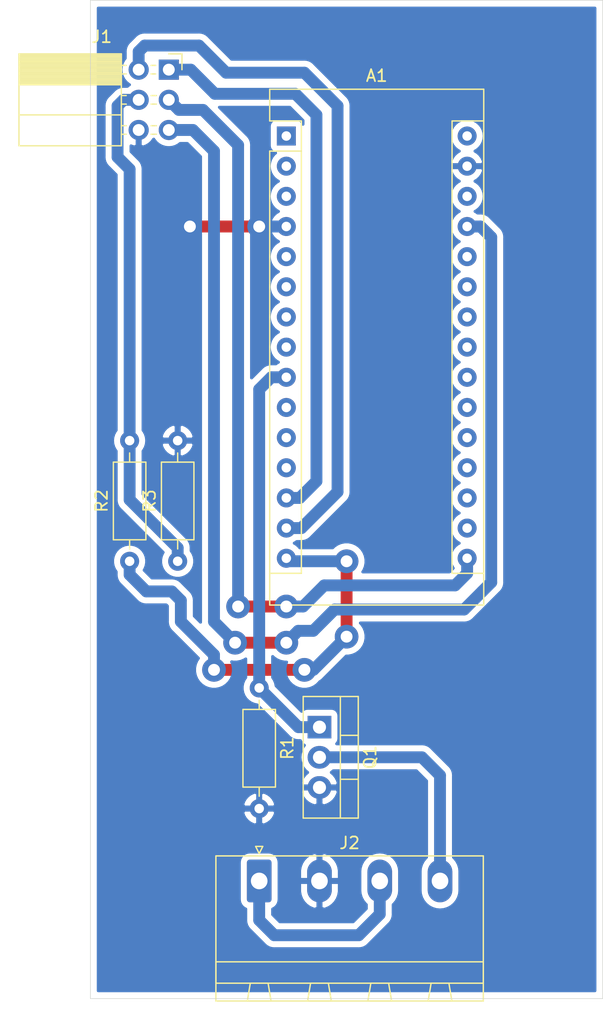
<source format=kicad_pcb>
(kicad_pcb (version 20171130) (host pcbnew "(5.1.2)-2")

  (general
    (thickness 1.6)
    (drawings 4)
    (tracks 88)
    (zones 0)
    (modules 7)
    (nets 33)
  )

  (page A4)
  (layers
    (0 F.Cu signal)
    (31 B.Cu signal)
    (32 B.Adhes user)
    (33 F.Adhes user)
    (34 B.Paste user)
    (35 F.Paste user)
    (36 B.SilkS user)
    (37 F.SilkS user)
    (38 B.Mask user)
    (39 F.Mask user)
    (40 Dwgs.User user)
    (41 Cmts.User user)
    (42 Eco1.User user)
    (43 Eco2.User user)
    (44 Edge.Cuts user)
    (45 Margin user)
    (46 B.CrtYd user)
    (47 F.CrtYd user)
    (48 B.Fab user)
    (49 F.Fab user)
  )

  (setup
    (last_trace_width 0.25)
    (trace_clearance 0.2)
    (zone_clearance 0.508)
    (zone_45_only no)
    (trace_min 0.2)
    (via_size 0.8)
    (via_drill 0.4)
    (via_min_size 0.4)
    (via_min_drill 0.3)
    (uvia_size 0.3)
    (uvia_drill 0.1)
    (uvias_allowed no)
    (uvia_min_size 0.2)
    (uvia_min_drill 0.1)
    (edge_width 0.05)
    (segment_width 0.2)
    (pcb_text_width 0.3)
    (pcb_text_size 1.5 1.5)
    (mod_edge_width 0.12)
    (mod_text_size 1 1)
    (mod_text_width 0.15)
    (pad_size 1.524 1.524)
    (pad_drill 0.762)
    (pad_to_mask_clearance 0.051)
    (solder_mask_min_width 0.25)
    (aux_axis_origin 0 0)
    (visible_elements 7FFFFFFF)
    (pcbplotparams
      (layerselection 0x010fc_ffffffff)
      (usegerberextensions false)
      (usegerberattributes false)
      (usegerberadvancedattributes false)
      (creategerberjobfile false)
      (excludeedgelayer true)
      (linewidth 0.100000)
      (plotframeref false)
      (viasonmask false)
      (mode 1)
      (useauxorigin false)
      (hpglpennumber 1)
      (hpglpenspeed 20)
      (hpglpendiameter 15.000000)
      (psnegative false)
      (psa4output false)
      (plotreference true)
      (plotvalue true)
      (plotinvisibletext false)
      (padsonsilk false)
      (subtractmaskfromsilk false)
      (outputformat 1)
      (mirror false)
      (drillshape 1)
      (scaleselection 1)
      (outputdirectory ""))
  )

  (net 0 "")
  (net 1 SCK)
  (net 2 "Net-(A1-Pad15)")
  (net 3 "Net-(A1-Pad30)")
  (net 4 MOSI)
  (net 5 GND)
  (net 6 CS)
  (net 7 "Net-(A1-Pad28)")
  (net 8 "Net-(A1-Pad12)")
  (net 9 +5V)
  (net 10 "Net-(A1-Pad11)")
  (net 11 "Net-(A1-Pad26)")
  (net 12 "Net-(A1-Pad10)")
  (net 13 "Net-(A1-Pad25)")
  (net 14 "Net-(A1-Pad9)")
  (net 15 "Net-(A1-Pad24)")
  (net 16 "Net-(A1-Pad8)")
  (net 17 "Net-(A1-Pad23)")
  (net 18 "Net-(A1-Pad7)")
  (net 19 "Net-(A1-Pad22)")
  (net 20 "Net-(A1-Pad6)")
  (net 21 "Net-(A1-Pad21)")
  (net 22 "Net-(A1-Pad5)")
  (net 23 "Net-(A1-Pad20)")
  (net 24 "Net-(A1-Pad19)")
  (net 25 "Net-(A1-Pad3)")
  (net 26 "Net-(A1-Pad18)")
  (net 27 "Net-(A1-Pad2)")
  (net 28 "Net-(A1-Pad17)")
  (net 29 "Net-(A1-Pad1)")
  (net 30 "Net-(J2-Pad4)")
  (net 31 +12V)
  (net 32 MISO)

  (net_class Default "To jest domyślna klasa połączeń."
    (clearance 0.2)
    (trace_width 0.25)
    (via_dia 0.8)
    (via_drill 0.4)
    (uvia_dia 0.3)
    (uvia_drill 0.1)
    (add_net +12V)
    (add_net +5V)
    (add_net CS)
    (add_net GND)
    (add_net MISO)
    (add_net MOSI)
    (add_net "Net-(A1-Pad1)")
    (add_net "Net-(A1-Pad10)")
    (add_net "Net-(A1-Pad11)")
    (add_net "Net-(A1-Pad12)")
    (add_net "Net-(A1-Pad15)")
    (add_net "Net-(A1-Pad17)")
    (add_net "Net-(A1-Pad18)")
    (add_net "Net-(A1-Pad19)")
    (add_net "Net-(A1-Pad2)")
    (add_net "Net-(A1-Pad20)")
    (add_net "Net-(A1-Pad21)")
    (add_net "Net-(A1-Pad22)")
    (add_net "Net-(A1-Pad23)")
    (add_net "Net-(A1-Pad24)")
    (add_net "Net-(A1-Pad25)")
    (add_net "Net-(A1-Pad26)")
    (add_net "Net-(A1-Pad28)")
    (add_net "Net-(A1-Pad3)")
    (add_net "Net-(A1-Pad30)")
    (add_net "Net-(A1-Pad5)")
    (add_net "Net-(A1-Pad6)")
    (add_net "Net-(A1-Pad7)")
    (add_net "Net-(A1-Pad8)")
    (add_net "Net-(A1-Pad9)")
    (add_net "Net-(J2-Pad4)")
    (add_net SCK)
  )

  (module Resistor_THT:R_Axial_DIN0207_L6.3mm_D2.5mm_P10.16mm_Horizontal (layer F.Cu) (tedit 5AE5139B) (tstamp 5EBC5F39)
    (at 68.82 96.266 90)
    (descr "Resistor, Axial_DIN0207 series, Axial, Horizontal, pin pitch=10.16mm, 0.25W = 1/4W, length*diameter=6.3*2.5mm^2, http://cdn-reichelt.de/documents/datenblatt/B400/1_4W%23YAG.pdf")
    (tags "Resistor Axial_DIN0207 series Axial Horizontal pin pitch 10.16mm 0.25W = 1/4W length 6.3mm diameter 2.5mm")
    (path /5EBC946A)
    (fp_text reference R3 (at 5.08 -2.37 90) (layer F.SilkS)
      (effects (font (size 1 1) (thickness 0.15)))
    )
    (fp_text value R (at 5.08 2.37 90) (layer F.Fab)
      (effects (font (size 1 1) (thickness 0.15)))
    )
    (fp_text user %R (at 5.08 0 90) (layer F.Fab)
      (effects (font (size 1 1) (thickness 0.15)))
    )
    (fp_line (start 11.21 -1.5) (end -1.05 -1.5) (layer F.CrtYd) (width 0.05))
    (fp_line (start 11.21 1.5) (end 11.21 -1.5) (layer F.CrtYd) (width 0.05))
    (fp_line (start -1.05 1.5) (end 11.21 1.5) (layer F.CrtYd) (width 0.05))
    (fp_line (start -1.05 -1.5) (end -1.05 1.5) (layer F.CrtYd) (width 0.05))
    (fp_line (start 9.12 0) (end 8.35 0) (layer F.SilkS) (width 0.12))
    (fp_line (start 1.04 0) (end 1.81 0) (layer F.SilkS) (width 0.12))
    (fp_line (start 8.35 -1.37) (end 1.81 -1.37) (layer F.SilkS) (width 0.12))
    (fp_line (start 8.35 1.37) (end 8.35 -1.37) (layer F.SilkS) (width 0.12))
    (fp_line (start 1.81 1.37) (end 8.35 1.37) (layer F.SilkS) (width 0.12))
    (fp_line (start 1.81 -1.37) (end 1.81 1.37) (layer F.SilkS) (width 0.12))
    (fp_line (start 10.16 0) (end 8.23 0) (layer F.Fab) (width 0.1))
    (fp_line (start 0 0) (end 1.93 0) (layer F.Fab) (width 0.1))
    (fp_line (start 8.23 -1.25) (end 1.93 -1.25) (layer F.Fab) (width 0.1))
    (fp_line (start 8.23 1.25) (end 8.23 -1.25) (layer F.Fab) (width 0.1))
    (fp_line (start 1.93 1.25) (end 8.23 1.25) (layer F.Fab) (width 0.1))
    (fp_line (start 1.93 -1.25) (end 1.93 1.25) (layer F.Fab) (width 0.1))
    (pad 2 thru_hole oval (at 10.16 0 90) (size 1.6 1.6) (drill 0.8) (layers *.Cu *.Mask)
      (net 5 GND))
    (pad 1 thru_hole circle (at 0 0 90) (size 1.6 1.6) (drill 0.8) (layers *.Cu *.Mask)
      (net 32 MISO))
    (model ${KISYS3DMOD}/Resistor_THT.3dshapes/R_Axial_DIN0207_L6.3mm_D2.5mm_P10.16mm_Horizontal.wrl
      (at (xyz 0 0 0))
      (scale (xyz 1 1 1))
      (rotate (xyz 0 0 0))
    )
  )

  (module Resistor_THT:R_Axial_DIN0207_L6.3mm_D2.5mm_P10.16mm_Horizontal (layer F.Cu) (tedit 5AE5139B) (tstamp 5EBC5F22)
    (at 64.77 96.266 90)
    (descr "Resistor, Axial_DIN0207 series, Axial, Horizontal, pin pitch=10.16mm, 0.25W = 1/4W, length*diameter=6.3*2.5mm^2, http://cdn-reichelt.de/documents/datenblatt/B400/1_4W%23YAG.pdf")
    (tags "Resistor Axial_DIN0207 series Axial Horizontal pin pitch 10.16mm 0.25W = 1/4W length 6.3mm diameter 2.5mm")
    (path /5EBC85A8)
    (fp_text reference R2 (at 5.08 -2.37 90) (layer F.SilkS)
      (effects (font (size 1 1) (thickness 0.15)))
    )
    (fp_text value R (at 5.08 2.37 90) (layer F.Fab)
      (effects (font (size 1 1) (thickness 0.15)))
    )
    (fp_text user %R (at 5.08 0 90) (layer F.Fab)
      (effects (font (size 1 1) (thickness 0.15)))
    )
    (fp_line (start 11.21 -1.5) (end -1.05 -1.5) (layer F.CrtYd) (width 0.05))
    (fp_line (start 11.21 1.5) (end 11.21 -1.5) (layer F.CrtYd) (width 0.05))
    (fp_line (start -1.05 1.5) (end 11.21 1.5) (layer F.CrtYd) (width 0.05))
    (fp_line (start -1.05 -1.5) (end -1.05 1.5) (layer F.CrtYd) (width 0.05))
    (fp_line (start 9.12 0) (end 8.35 0) (layer F.SilkS) (width 0.12))
    (fp_line (start 1.04 0) (end 1.81 0) (layer F.SilkS) (width 0.12))
    (fp_line (start 8.35 -1.37) (end 1.81 -1.37) (layer F.SilkS) (width 0.12))
    (fp_line (start 8.35 1.37) (end 8.35 -1.37) (layer F.SilkS) (width 0.12))
    (fp_line (start 1.81 1.37) (end 8.35 1.37) (layer F.SilkS) (width 0.12))
    (fp_line (start 1.81 -1.37) (end 1.81 1.37) (layer F.SilkS) (width 0.12))
    (fp_line (start 10.16 0) (end 8.23 0) (layer F.Fab) (width 0.1))
    (fp_line (start 0 0) (end 1.93 0) (layer F.Fab) (width 0.1))
    (fp_line (start 8.23 -1.25) (end 1.93 -1.25) (layer F.Fab) (width 0.1))
    (fp_line (start 8.23 1.25) (end 8.23 -1.25) (layer F.Fab) (width 0.1))
    (fp_line (start 1.93 1.25) (end 8.23 1.25) (layer F.Fab) (width 0.1))
    (fp_line (start 1.93 -1.25) (end 1.93 1.25) (layer F.Fab) (width 0.1))
    (pad 2 thru_hole oval (at 10.16 0 90) (size 1.6 1.6) (drill 0.8) (layers *.Cu *.Mask)
      (net 32 MISO))
    (pad 1 thru_hole circle (at 0 0 90) (size 1.6 1.6) (drill 0.8) (layers *.Cu *.Mask)
      (net 2 "Net-(A1-Pad15)"))
    (model ${KISYS3DMOD}/Resistor_THT.3dshapes/R_Axial_DIN0207_L6.3mm_D2.5mm_P10.16mm_Horizontal.wrl
      (at (xyz 0 0 0))
      (scale (xyz 1 1 1))
      (rotate (xyz 0 0 0))
    )
  )

  (module Module:Arduino_Nano (layer F.Cu) (tedit 5EB9CA1E) (tstamp 5EB81019)
    (at 77.978 60.452)
    (descr "Arduino Nano, http://www.mouser.com/pdfdocs/Gravitech_Arduino_Nano3_0.pdf")
    (tags "Arduino Nano")
    (path /5EB79D44)
    (fp_text reference A1 (at 7.62 -5.08) (layer F.SilkS)
      (effects (font (size 1 1) (thickness 0.15)))
    )
    (fp_text value Arduino_Nano_v2.x (at 8.89 19.05 90) (layer F.Fab)
      (effects (font (size 1 1) (thickness 0.15)))
    )
    (fp_line (start 16.75 42.16) (end -1.53 42.16) (layer F.CrtYd) (width 0.05))
    (fp_line (start 16.75 42.16) (end 16.75 -4.06) (layer F.CrtYd) (width 0.05))
    (fp_line (start -1.53 -4.06) (end -1.53 42.16) (layer F.CrtYd) (width 0.05))
    (fp_line (start -1.53 -4.06) (end 16.75 -4.06) (layer F.CrtYd) (width 0.05))
    (fp_line (start 16.51 -3.81) (end 16.51 39.37) (layer F.Fab) (width 0.1))
    (fp_line (start 0 -3.81) (end 16.51 -3.81) (layer F.Fab) (width 0.1))
    (fp_line (start -1.27 -2.54) (end 0 -3.81) (layer F.Fab) (width 0.1))
    (fp_line (start -1.27 39.37) (end -1.27 -2.54) (layer F.Fab) (width 0.1))
    (fp_line (start 16.51 39.37) (end -1.27 39.37) (layer F.Fab) (width 0.1))
    (fp_line (start 16.64 -3.94) (end -1.4 -3.94) (layer F.SilkS) (width 0.12))
    (fp_line (start 16.64 39.5) (end 16.64 -3.94) (layer F.SilkS) (width 0.12))
    (fp_line (start -1.4 39.5) (end 16.64 39.5) (layer F.SilkS) (width 0.12))
    (fp_line (start 3.81 41.91) (end 3.81 31.75) (layer F.Fab) (width 0.1))
    (fp_line (start 11.43 41.91) (end 3.81 41.91) (layer F.Fab) (width 0.1))
    (fp_line (start 11.43 31.75) (end 11.43 41.91) (layer F.Fab) (width 0.1))
    (fp_line (start 3.81 31.75) (end 11.43 31.75) (layer F.Fab) (width 0.1))
    (fp_line (start 1.27 36.83) (end -1.4 36.83) (layer F.SilkS) (width 0.12))
    (fp_line (start 1.27 1.27) (end 1.27 36.83) (layer F.SilkS) (width 0.12))
    (fp_line (start 1.27 1.27) (end -1.4 1.27) (layer F.SilkS) (width 0.12))
    (fp_line (start 13.97 36.83) (end 16.64 36.83) (layer F.SilkS) (width 0.12))
    (fp_line (start 13.97 -1.27) (end 13.97 36.83) (layer F.SilkS) (width 0.12))
    (fp_line (start 13.97 -1.27) (end 16.64 -1.27) (layer F.SilkS) (width 0.12))
    (fp_line (start -1.4 -3.94) (end -1.4 -1.27) (layer F.SilkS) (width 0.12))
    (fp_line (start -1.4 1.27) (end -1.4 39.5) (layer F.SilkS) (width 0.12))
    (fp_line (start 1.27 -1.27) (end -1.4 -1.27) (layer F.SilkS) (width 0.12))
    (fp_line (start 1.27 1.27) (end 1.27 -1.27) (layer F.SilkS) (width 0.12))
    (fp_text user %R (at 6.35 19.05 90) (layer F.Fab)
      (effects (font (size 1 1) (thickness 0.15)))
    )
    (pad 16 thru_hole oval (at 15.24 35.56) (size 1.6 1.6) (drill 0.8) (layers *.Cu *.Mask)
      (net 1 SCK))
    (pad 15 thru_hole oval (at 0 35.56) (size 1.6 1.6) (drill 0.8) (layers *.Cu *.Mask)
      (net 2 "Net-(A1-Pad15)"))
    (pad 30 thru_hole oval (at 15.24 0) (size 1.6 1.6) (drill 0.8) (layers *.Cu *.Mask)
      (net 3 "Net-(A1-Pad30)"))
    (pad 14 thru_hole oval (at 0 33.02) (size 1.6 1.6) (drill 0.8) (layers *.Cu *.Mask)
      (net 4 MOSI))
    (pad 29 thru_hole oval (at 15.24 2.54) (size 1.6 1.6) (drill 0.8) (layers *.Cu *.Mask)
      (net 5 GND))
    (pad 13 thru_hole oval (at 0 30.48) (size 1.6 1.6) (drill 0.8) (layers *.Cu *.Mask)
      (net 6 CS))
    (pad 28 thru_hole oval (at 15.24 5.08) (size 1.6 1.6) (drill 0.8) (layers *.Cu *.Mask)
      (net 7 "Net-(A1-Pad28)"))
    (pad 12 thru_hole oval (at 0 27.94) (size 1.6 1.6) (drill 0.8) (layers *.Cu *.Mask)
      (net 8 "Net-(A1-Pad12)"))
    (pad 27 thru_hole oval (at 15.24 7.62) (size 1.6 1.6) (drill 0.8) (layers *.Cu *.Mask)
      (net 9 +5V))
    (pad 11 thru_hole oval (at 0 25.4) (size 1.6 1.6) (drill 0.8) (layers *.Cu *.Mask)
      (net 10 "Net-(A1-Pad11)"))
    (pad 26 thru_hole oval (at 15.24 10.16) (size 1.6 1.6) (drill 0.8) (layers *.Cu *.Mask)
      (net 11 "Net-(A1-Pad26)"))
    (pad 10 thru_hole oval (at 0 22.86) (size 1.6 1.6) (drill 0.8) (layers *.Cu *.Mask)
      (net 12 "Net-(A1-Pad10)"))
    (pad 25 thru_hole oval (at 15.24 12.7) (size 1.6 1.6) (drill 0.8) (layers *.Cu *.Mask)
      (net 13 "Net-(A1-Pad25)"))
    (pad 9 thru_hole oval (at 0 20.32) (size 1.6 1.6) (drill 0.8) (layers *.Cu *.Mask)
      (net 14 "Net-(A1-Pad9)"))
    (pad 24 thru_hole oval (at 15.24 15.24) (size 1.6 1.6) (drill 0.8) (layers *.Cu *.Mask)
      (net 15 "Net-(A1-Pad24)"))
    (pad 8 thru_hole oval (at 0 17.78) (size 1.6 1.6) (drill 0.8) (layers *.Cu *.Mask)
      (net 16 "Net-(A1-Pad8)"))
    (pad 23 thru_hole oval (at 15.24 17.78) (size 1.6 1.6) (drill 0.8) (layers *.Cu *.Mask)
      (net 17 "Net-(A1-Pad23)"))
    (pad 7 thru_hole oval (at 0 15.24) (size 1.6 1.6) (drill 0.8) (layers *.Cu *.Mask)
      (net 18 "Net-(A1-Pad7)"))
    (pad 22 thru_hole oval (at 15.24 20.32) (size 1.6 1.6) (drill 0.8) (layers *.Cu *.Mask)
      (net 19 "Net-(A1-Pad22)"))
    (pad 6 thru_hole oval (at 0 12.7) (size 1.6 1.6) (drill 0.8) (layers *.Cu *.Mask)
      (net 20 "Net-(A1-Pad6)"))
    (pad 21 thru_hole oval (at 15.24 22.86) (size 1.6 1.6) (drill 0.8) (layers *.Cu *.Mask)
      (net 21 "Net-(A1-Pad21)"))
    (pad 5 thru_hole oval (at 0 10.16) (size 1.6 1.6) (drill 0.8) (layers *.Cu *.Mask)
      (net 22 "Net-(A1-Pad5)"))
    (pad 20 thru_hole oval (at 15.24 25.4) (size 1.6 1.6) (drill 0.8) (layers *.Cu *.Mask)
      (net 23 "Net-(A1-Pad20)"))
    (pad 4 thru_hole oval (at 0 7.62) (size 1.6 1.6) (drill 0.8) (layers *.Cu *.Mask)
      (net 5 GND))
    (pad 19 thru_hole oval (at 15.24 27.94) (size 1.6 1.6) (drill 0.8) (layers *.Cu *.Mask)
      (net 24 "Net-(A1-Pad19)"))
    (pad 3 thru_hole oval (at 0 5.08) (size 1.6 1.6) (drill 0.8) (layers *.Cu *.Mask)
      (net 25 "Net-(A1-Pad3)"))
    (pad 18 thru_hole oval (at 15.24 30.48) (size 1.6 1.6) (drill 0.8) (layers *.Cu *.Mask)
      (net 26 "Net-(A1-Pad18)"))
    (pad 2 thru_hole oval (at 0 2.54) (size 1.6 1.6) (drill 0.8) (layers *.Cu *.Mask)
      (net 27 "Net-(A1-Pad2)"))
    (pad 17 thru_hole oval (at 15.24 33.02) (size 1.6 1.6) (drill 0.8) (layers *.Cu *.Mask)
      (net 28 "Net-(A1-Pad17)"))
    (pad 1 thru_hole rect (at 0 0) (size 1.6 1.6) (drill 0.8) (layers *.Cu *.Mask)
      (net 29 "Net-(A1-Pad1)"))
    (model ${KISYS3DMOD}/Module.3dshapes/Arduino_Nano_WithMountingHoles.wrl
      (at (xyz 0 0 0))
      (scale (xyz 1 1 1))
      (rotate (xyz 0 0 0))
    )
    (model ${KISYS3DMOD}/Connector_PinSocket_2.54mm.3dshapes/PinSocket_1x15_P2.54mm_Vertical.step
      (offset (xyz 15 0 0))
      (scale (xyz 1 1 1))
      (rotate (xyz 0 0 0))
    )
    (model ${KISYS3DMOD}/Connector_PinSocket_2.54mm.3dshapes/PinSocket_1x15_P2.54mm_Vertical.step
      (at (xyz 0 0 0))
      (scale (xyz 1 1 1))
      (rotate (xyz 0 0 0))
    )
    (model "${KISYS3DMOD}/Arduino.3dshapes/arduino nano.STEP"
      (offset (xyz 0 0 7.5))
      (scale (xyz 1 1 1))
      (rotate (xyz -90 0 90))
    )
  )

  (module Package_TO_SOT_THT:TO-220-3_Vertical (layer F.Cu) (tedit 5AC8BA0D) (tstamp 5EB7F963)
    (at 80.772 110.236 270)
    (descr "TO-220-3, Vertical, RM 2.54mm, see https://www.vishay.com/docs/66542/to-220-1.pdf")
    (tags "TO-220-3 Vertical RM 2.54mm")
    (path /5EB8189E)
    (fp_text reference Q1 (at 2.54 -4.27 90) (layer F.SilkS)
      (effects (font (size 1 1) (thickness 0.15)))
    )
    (fp_text value BSP129 (at 2.54 2.5 90) (layer F.Fab)
      (effects (font (size 1 1) (thickness 0.15)))
    )
    (fp_text user %R (at 2.54 -4.27 90) (layer F.Fab)
      (effects (font (size 1 1) (thickness 0.15)))
    )
    (fp_line (start 7.79 -3.4) (end -2.71 -3.4) (layer F.CrtYd) (width 0.05))
    (fp_line (start 7.79 1.51) (end 7.79 -3.4) (layer F.CrtYd) (width 0.05))
    (fp_line (start -2.71 1.51) (end 7.79 1.51) (layer F.CrtYd) (width 0.05))
    (fp_line (start -2.71 -3.4) (end -2.71 1.51) (layer F.CrtYd) (width 0.05))
    (fp_line (start 4.391 -3.27) (end 4.391 -1.76) (layer F.SilkS) (width 0.12))
    (fp_line (start 0.69 -3.27) (end 0.69 -1.76) (layer F.SilkS) (width 0.12))
    (fp_line (start -2.58 -1.76) (end 7.66 -1.76) (layer F.SilkS) (width 0.12))
    (fp_line (start 7.66 -3.27) (end 7.66 1.371) (layer F.SilkS) (width 0.12))
    (fp_line (start -2.58 -3.27) (end -2.58 1.371) (layer F.SilkS) (width 0.12))
    (fp_line (start -2.58 1.371) (end 7.66 1.371) (layer F.SilkS) (width 0.12))
    (fp_line (start -2.58 -3.27) (end 7.66 -3.27) (layer F.SilkS) (width 0.12))
    (fp_line (start 4.39 -3.15) (end 4.39 -1.88) (layer F.Fab) (width 0.1))
    (fp_line (start 0.69 -3.15) (end 0.69 -1.88) (layer F.Fab) (width 0.1))
    (fp_line (start -2.46 -1.88) (end 7.54 -1.88) (layer F.Fab) (width 0.1))
    (fp_line (start 7.54 -3.15) (end -2.46 -3.15) (layer F.Fab) (width 0.1))
    (fp_line (start 7.54 1.25) (end 7.54 -3.15) (layer F.Fab) (width 0.1))
    (fp_line (start -2.46 1.25) (end 7.54 1.25) (layer F.Fab) (width 0.1))
    (fp_line (start -2.46 -3.15) (end -2.46 1.25) (layer F.Fab) (width 0.1))
    (pad 3 thru_hole oval (at 5.08 0 270) (size 1.905 2) (drill 1.1) (layers *.Cu *.Mask)
      (net 5 GND))
    (pad 2 thru_hole oval (at 2.54 0 270) (size 1.905 2) (drill 1.1) (layers *.Cu *.Mask)
      (net 30 "Net-(J2-Pad4)"))
    (pad 1 thru_hole rect (at 0 0 270) (size 1.905 2) (drill 1.1) (layers *.Cu *.Mask)
      (net 14 "Net-(A1-Pad9)"))
    (model ${KISYS3DMOD}/Package_TO_SOT_THT.3dshapes/TO-220-3_Vertical.wrl
      (at (xyz 0 0 0))
      (scale (xyz 1 1 1))
      (rotate (xyz 0 0 0))
    )
  )

  (module Resistor_THT:R_Axial_DIN0207_L6.3mm_D2.5mm_P10.16mm_Horizontal (layer F.Cu) (tedit 5AE5139B) (tstamp 5EB807AC)
    (at 75.692 106.934 270)
    (descr "Resistor, Axial_DIN0207 series, Axial, Horizontal, pin pitch=10.16mm, 0.25W = 1/4W, length*diameter=6.3*2.5mm^2, http://cdn-reichelt.de/documents/datenblatt/B400/1_4W%23YAG.pdf")
    (tags "Resistor Axial_DIN0207 series Axial Horizontal pin pitch 10.16mm 0.25W = 1/4W length 6.3mm diameter 2.5mm")
    (path /5EB82884)
    (fp_text reference R1 (at 5.08 -2.37 90) (layer F.SilkS)
      (effects (font (size 1 1) (thickness 0.15)))
    )
    (fp_text value R (at 5.08 2.37 90) (layer F.Fab)
      (effects (font (size 1 1) (thickness 0.15)))
    )
    (fp_text user %R (at 5.08 0 90) (layer F.Fab)
      (effects (font (size 1 1) (thickness 0.15)))
    )
    (fp_line (start 11.21 -1.5) (end -1.05 -1.5) (layer F.CrtYd) (width 0.05))
    (fp_line (start 11.21 1.5) (end 11.21 -1.5) (layer F.CrtYd) (width 0.05))
    (fp_line (start -1.05 1.5) (end 11.21 1.5) (layer F.CrtYd) (width 0.05))
    (fp_line (start -1.05 -1.5) (end -1.05 1.5) (layer F.CrtYd) (width 0.05))
    (fp_line (start 9.12 0) (end 8.35 0) (layer F.SilkS) (width 0.12))
    (fp_line (start 1.04 0) (end 1.81 0) (layer F.SilkS) (width 0.12))
    (fp_line (start 8.35 -1.37) (end 1.81 -1.37) (layer F.SilkS) (width 0.12))
    (fp_line (start 8.35 1.37) (end 8.35 -1.37) (layer F.SilkS) (width 0.12))
    (fp_line (start 1.81 1.37) (end 8.35 1.37) (layer F.SilkS) (width 0.12))
    (fp_line (start 1.81 -1.37) (end 1.81 1.37) (layer F.SilkS) (width 0.12))
    (fp_line (start 10.16 0) (end 8.23 0) (layer F.Fab) (width 0.1))
    (fp_line (start 0 0) (end 1.93 0) (layer F.Fab) (width 0.1))
    (fp_line (start 8.23 -1.25) (end 1.93 -1.25) (layer F.Fab) (width 0.1))
    (fp_line (start 8.23 1.25) (end 8.23 -1.25) (layer F.Fab) (width 0.1))
    (fp_line (start 1.93 1.25) (end 8.23 1.25) (layer F.Fab) (width 0.1))
    (fp_line (start 1.93 -1.25) (end 1.93 1.25) (layer F.Fab) (width 0.1))
    (pad 2 thru_hole oval (at 10.16 0 270) (size 1.6 1.6) (drill 0.8) (layers *.Cu *.Mask)
      (net 5 GND))
    (pad 1 thru_hole circle (at 0 0 270) (size 1.6 1.6) (drill 0.8) (layers *.Cu *.Mask)
      (net 14 "Net-(A1-Pad9)"))
    (model ${KISYS3DMOD}/Resistor_THT.3dshapes/R_Axial_DIN0207_L6.3mm_D2.5mm_P10.16mm_Horizontal.wrl
      (at (xyz 0 0 0))
      (scale (xyz 1 1 1))
      (rotate (xyz 0 0 0))
    )
  )

  (module Connector_Phoenix_MSTB:PhoenixContact_MSTBA_2,5_4-G-5,08_1x04_P5.08mm_Horizontal (layer F.Cu) (tedit 5B785047) (tstamp 5EB805B5)
    (at 75.692 123.19)
    (descr "Generic Phoenix Contact connector footprint for: MSTBA_2,5/4-G-5,08; number of pins: 04; pin pitch: 5.08mm; Angled || order number: 1757268 12A || order number: 1923885 16A (HC)")
    (tags "phoenix_contact connector MSTBA_01x04_G_5.08mm")
    (path /5EB7BA1A)
    (fp_text reference J2 (at 7.62 -3.2) (layer F.SilkS)
      (effects (font (size 1 1) (thickness 0.15)))
    )
    (fp_text value Conn_01x04 (at 7.62 11.2) (layer F.Fab)
      (effects (font (size 1 1) (thickness 0.15)))
    )
    (fp_text user %R (at 7.62 -1.3) (layer F.Fab)
      (effects (font (size 1 1) (thickness 0.15)))
    )
    (fp_line (start 0 -0.5) (end -0.95 -2) (layer F.Fab) (width 0.1))
    (fp_line (start 0.95 -2) (end 0 -0.5) (layer F.Fab) (width 0.1))
    (fp_line (start -0.3 -2.91) (end 0.3 -2.91) (layer F.SilkS) (width 0.12))
    (fp_line (start 0 -2.31) (end -0.3 -2.91) (layer F.SilkS) (width 0.12))
    (fp_line (start 0.3 -2.91) (end 0 -2.31) (layer F.SilkS) (width 0.12))
    (fp_line (start 19.28 -2.5) (end -4.04 -2.5) (layer F.CrtYd) (width 0.05))
    (fp_line (start 19.28 10.5) (end 19.28 -2.5) (layer F.CrtYd) (width 0.05))
    (fp_line (start -4.04 10.5) (end 19.28 10.5) (layer F.CrtYd) (width 0.05))
    (fp_line (start -4.04 -2.5) (end -4.04 10.5) (layer F.CrtYd) (width 0.05))
    (fp_line (start 14.49 8.61) (end 14.24 10.11) (layer F.SilkS) (width 0.12))
    (fp_line (start 15.99 8.61) (end 14.49 8.61) (layer F.SilkS) (width 0.12))
    (fp_line (start 16.24 10.11) (end 15.99 8.61) (layer F.SilkS) (width 0.12))
    (fp_line (start 14.24 10.11) (end 16.24 10.11) (layer F.SilkS) (width 0.12))
    (fp_line (start 9.41 8.61) (end 9.16 10.11) (layer F.SilkS) (width 0.12))
    (fp_line (start 10.91 8.61) (end 9.41 8.61) (layer F.SilkS) (width 0.12))
    (fp_line (start 11.16 10.11) (end 10.91 8.61) (layer F.SilkS) (width 0.12))
    (fp_line (start 9.16 10.11) (end 11.16 10.11) (layer F.SilkS) (width 0.12))
    (fp_line (start 4.33 8.61) (end 4.08 10.11) (layer F.SilkS) (width 0.12))
    (fp_line (start 5.83 8.61) (end 4.33 8.61) (layer F.SilkS) (width 0.12))
    (fp_line (start 6.08 10.11) (end 5.83 8.61) (layer F.SilkS) (width 0.12))
    (fp_line (start 4.08 10.11) (end 6.08 10.11) (layer F.SilkS) (width 0.12))
    (fp_line (start -0.75 8.61) (end -1 10.11) (layer F.SilkS) (width 0.12))
    (fp_line (start 0.75 8.61) (end -0.75 8.61) (layer F.SilkS) (width 0.12))
    (fp_line (start 1 10.11) (end 0.75 8.61) (layer F.SilkS) (width 0.12))
    (fp_line (start -1 10.11) (end 1 10.11) (layer F.SilkS) (width 0.12))
    (fp_line (start 18.89 8.61) (end -3.65 8.61) (layer F.SilkS) (width 0.12))
    (fp_line (start 18.89 6.81) (end 18.89 8.61) (layer F.SilkS) (width 0.12))
    (fp_line (start -3.65 6.81) (end 18.89 6.81) (layer F.SilkS) (width 0.12))
    (fp_line (start -3.65 8.61) (end -3.65 6.81) (layer F.SilkS) (width 0.12))
    (fp_line (start 18.78 -2) (end -3.54 -2) (layer F.Fab) (width 0.1))
    (fp_line (start 18.78 10) (end 18.78 -2) (layer F.Fab) (width 0.1))
    (fp_line (start -3.54 10) (end 18.78 10) (layer F.Fab) (width 0.1))
    (fp_line (start -3.54 -2) (end -3.54 10) (layer F.Fab) (width 0.1))
    (fp_line (start 18.89 -2.11) (end -3.65 -2.11) (layer F.SilkS) (width 0.12))
    (fp_line (start 18.89 10.11) (end 18.89 -2.11) (layer F.SilkS) (width 0.12))
    (fp_line (start -3.65 10.11) (end 18.89 10.11) (layer F.SilkS) (width 0.12))
    (fp_line (start -3.65 -2.11) (end -3.65 10.11) (layer F.SilkS) (width 0.12))
    (pad 4 thru_hole oval (at 15.24 0) (size 2.08 3.6) (drill 1.4) (layers *.Cu *.Mask)
      (net 30 "Net-(J2-Pad4)"))
    (pad 3 thru_hole oval (at 10.16 0) (size 2.08 3.6) (drill 1.4) (layers *.Cu *.Mask)
      (net 31 +12V))
    (pad 2 thru_hole oval (at 5.08 0) (size 2.08 3.6) (drill 1.4) (layers *.Cu *.Mask)
      (net 5 GND))
    (pad 1 thru_hole roundrect (at 0 0) (size 2.08 3.6) (drill 1.4) (layers *.Cu *.Mask) (roundrect_rratio 0.120192)
      (net 31 +12V))
    (model ${KISYS3DMOD}/Connector_Phoenix_MSTB.3dshapes/PhoenixContact_MSTBA_2,5_4-G-5,08_1x04_P5.08mm_Horizontal.wrl
      (at (xyz 0 0 0))
      (scale (xyz 1 1 1))
      (rotate (xyz 0 0 0))
    )
  )

  (module Connector_PinSocket_2.54mm:PinSocket_2x03_P2.54mm_Horizontal (layer F.Cu) (tedit 5A19A431) (tstamp 5EB8175B)
    (at 68.072 54.864)
    (descr "Through hole angled socket strip, 2x03, 2.54mm pitch, 8.51mm socket length, double cols (from Kicad 4.0.7), script generated")
    (tags "Through hole angled socket strip THT 2x03 2.54mm double row")
    (path /5EB7BFDB)
    (fp_text reference J1 (at -5.65 -2.77) (layer F.SilkS)
      (effects (font (size 1 1) (thickness 0.15)))
    )
    (fp_text value Conn_02x03_Odd_Even (at -5.65 7.85) (layer F.Fab)
      (effects (font (size 1 1) (thickness 0.15)))
    )
    (fp_text user %R (at -8.315 2.54) (layer F.Fab)
      (effects (font (size 1 1) (thickness 0.15)))
    )
    (fp_line (start 1.8 6.85) (end 1.8 -1.8) (layer F.CrtYd) (width 0.05))
    (fp_line (start -13.05 6.85) (end 1.8 6.85) (layer F.CrtYd) (width 0.05))
    (fp_line (start -13.05 -1.8) (end -13.05 6.85) (layer F.CrtYd) (width 0.05))
    (fp_line (start 1.8 -1.8) (end -13.05 -1.8) (layer F.CrtYd) (width 0.05))
    (fp_line (start 0 -1.33) (end 1.11 -1.33) (layer F.SilkS) (width 0.12))
    (fp_line (start 1.11 -1.33) (end 1.11 0) (layer F.SilkS) (width 0.12))
    (fp_line (start -12.63 -1.33) (end -12.63 6.41) (layer F.SilkS) (width 0.12))
    (fp_line (start -12.63 6.41) (end -4 6.41) (layer F.SilkS) (width 0.12))
    (fp_line (start -4 -1.33) (end -4 6.41) (layer F.SilkS) (width 0.12))
    (fp_line (start -12.63 -1.33) (end -4 -1.33) (layer F.SilkS) (width 0.12))
    (fp_line (start -12.63 3.81) (end -4 3.81) (layer F.SilkS) (width 0.12))
    (fp_line (start -12.63 1.27) (end -4 1.27) (layer F.SilkS) (width 0.12))
    (fp_line (start -1.49 5.44) (end -1.05 5.44) (layer F.SilkS) (width 0.12))
    (fp_line (start -4 5.44) (end -3.59 5.44) (layer F.SilkS) (width 0.12))
    (fp_line (start -1.49 4.72) (end -1.05 4.72) (layer F.SilkS) (width 0.12))
    (fp_line (start -4 4.72) (end -3.59 4.72) (layer F.SilkS) (width 0.12))
    (fp_line (start -1.49 2.9) (end -1.05 2.9) (layer F.SilkS) (width 0.12))
    (fp_line (start -4 2.9) (end -3.59 2.9) (layer F.SilkS) (width 0.12))
    (fp_line (start -1.49 2.18) (end -1.05 2.18) (layer F.SilkS) (width 0.12))
    (fp_line (start -4 2.18) (end -3.59 2.18) (layer F.SilkS) (width 0.12))
    (fp_line (start -1.49 0.36) (end -1.11 0.36) (layer F.SilkS) (width 0.12))
    (fp_line (start -4 0.36) (end -3.59 0.36) (layer F.SilkS) (width 0.12))
    (fp_line (start -1.49 -0.36) (end -1.11 -0.36) (layer F.SilkS) (width 0.12))
    (fp_line (start -4 -0.36) (end -3.59 -0.36) (layer F.SilkS) (width 0.12))
    (fp_line (start -12.63 1.1519) (end -4 1.1519) (layer F.SilkS) (width 0.12))
    (fp_line (start -12.63 1.033805) (end -4 1.033805) (layer F.SilkS) (width 0.12))
    (fp_line (start -12.63 0.91571) (end -4 0.91571) (layer F.SilkS) (width 0.12))
    (fp_line (start -12.63 0.797615) (end -4 0.797615) (layer F.SilkS) (width 0.12))
    (fp_line (start -12.63 0.67952) (end -4 0.67952) (layer F.SilkS) (width 0.12))
    (fp_line (start -12.63 0.561425) (end -4 0.561425) (layer F.SilkS) (width 0.12))
    (fp_line (start -12.63 0.44333) (end -4 0.44333) (layer F.SilkS) (width 0.12))
    (fp_line (start -12.63 0.325235) (end -4 0.325235) (layer F.SilkS) (width 0.12))
    (fp_line (start -12.63 0.20714) (end -4 0.20714) (layer F.SilkS) (width 0.12))
    (fp_line (start -12.63 0.089045) (end -4 0.089045) (layer F.SilkS) (width 0.12))
    (fp_line (start -12.63 -0.02905) (end -4 -0.02905) (layer F.SilkS) (width 0.12))
    (fp_line (start -12.63 -0.147145) (end -4 -0.147145) (layer F.SilkS) (width 0.12))
    (fp_line (start -12.63 -0.26524) (end -4 -0.26524) (layer F.SilkS) (width 0.12))
    (fp_line (start -12.63 -0.383335) (end -4 -0.383335) (layer F.SilkS) (width 0.12))
    (fp_line (start -12.63 -0.50143) (end -4 -0.50143) (layer F.SilkS) (width 0.12))
    (fp_line (start -12.63 -0.619525) (end -4 -0.619525) (layer F.SilkS) (width 0.12))
    (fp_line (start -12.63 -0.73762) (end -4 -0.73762) (layer F.SilkS) (width 0.12))
    (fp_line (start -12.63 -0.855715) (end -4 -0.855715) (layer F.SilkS) (width 0.12))
    (fp_line (start -12.63 -0.97381) (end -4 -0.97381) (layer F.SilkS) (width 0.12))
    (fp_line (start -12.63 -1.091905) (end -4 -1.091905) (layer F.SilkS) (width 0.12))
    (fp_line (start -12.63 -1.21) (end -4 -1.21) (layer F.SilkS) (width 0.12))
    (fp_line (start 0 5.38) (end 0 4.78) (layer F.Fab) (width 0.1))
    (fp_line (start -4.06 5.38) (end 0 5.38) (layer F.Fab) (width 0.1))
    (fp_line (start 0 4.78) (end -4.06 4.78) (layer F.Fab) (width 0.1))
    (fp_line (start 0 2.84) (end 0 2.24) (layer F.Fab) (width 0.1))
    (fp_line (start -4.06 2.84) (end 0 2.84) (layer F.Fab) (width 0.1))
    (fp_line (start 0 2.24) (end -4.06 2.24) (layer F.Fab) (width 0.1))
    (fp_line (start 0 0.3) (end 0 -0.3) (layer F.Fab) (width 0.1))
    (fp_line (start -4.06 0.3) (end 0 0.3) (layer F.Fab) (width 0.1))
    (fp_line (start 0 -0.3) (end -4.06 -0.3) (layer F.Fab) (width 0.1))
    (fp_line (start -12.57 6.35) (end -12.57 -1.27) (layer F.Fab) (width 0.1))
    (fp_line (start -4.06 6.35) (end -12.57 6.35) (layer F.Fab) (width 0.1))
    (fp_line (start -4.06 -0.3) (end -4.06 6.35) (layer F.Fab) (width 0.1))
    (fp_line (start -5.03 -1.27) (end -4.06 -0.3) (layer F.Fab) (width 0.1))
    (fp_line (start -12.57 -1.27) (end -5.03 -1.27) (layer F.Fab) (width 0.1))
    (pad 6 thru_hole oval (at -2.54 5.08) (size 1.7 1.7) (drill 1) (layers *.Cu *.Mask)
      (net 5 GND))
    (pad 5 thru_hole oval (at 0 5.08) (size 1.7 1.7) (drill 1) (layers *.Cu *.Mask)
      (net 9 +5V))
    (pad 4 thru_hole oval (at -2.54 2.54) (size 1.7 1.7) (drill 1) (layers *.Cu *.Mask)
      (net 32 MISO))
    (pad 3 thru_hole oval (at 0 2.54) (size 1.7 1.7) (drill 1) (layers *.Cu *.Mask)
      (net 1 SCK))
    (pad 2 thru_hole oval (at -2.54 0) (size 1.7 1.7) (drill 1) (layers *.Cu *.Mask)
      (net 4 MOSI))
    (pad 1 thru_hole rect (at 0 0) (size 1.7 1.7) (drill 1) (layers *.Cu *.Mask)
      (net 6 CS))
    (model ${KISYS3DMOD}/Connector_PinSocket_2.54mm.3dshapes/PinSocket_2x03_P2.54mm_Horizontal.wrl
      (at (xyz 0 0 0))
      (scale (xyz 1 1 1))
      (rotate (xyz 0 0 0))
    )
  )

  (gr_line (start 104.648 49.022) (end 104.648 133.096) (layer Edge.Cuts) (width 0.05) (tstamp 5EB8029C))
  (gr_line (start 61.468 49.022) (end 104.648 49.022) (layer Edge.Cuts) (width 0.05))
  (gr_line (start 61.468 133.096) (end 61.468 49.022) (layer Edge.Cuts) (width 0.05))
  (gr_line (start 61.468 133.096) (end 104.648 133.096) (layer Edge.Cuts) (width 0.05))

  (segment (start 93.218 97.282) (end 93.218 96.012) (width 1) (layer B.Cu) (net 1))
  (segment (start 92.202 98.298) (end 93.218 97.282) (width 1) (layer B.Cu) (net 1))
  (segment (start 68.921999 58.253999) (end 70.953999 58.253999) (width 1) (layer B.Cu) (net 1))
  (segment (start 68.072 57.404) (end 68.921999 58.253999) (width 1) (layer B.Cu) (net 1))
  (segment (start 70.953999 58.253999) (end 73.914 61.214) (width 1) (layer B.Cu) (net 1))
  (via (at 73.914 100.076) (size 2) (drill 1) (layers F.Cu B.Cu) (net 1))
  (segment (start 73.914 61.214) (end 73.914 100.076) (width 1) (layer B.Cu) (net 1))
  (via (at 77.978 100.076) (size 2) (drill 1) (layers F.Cu B.Cu) (net 1))
  (segment (start 73.914 100.076) (end 77.978 100.076) (width 1) (layer F.Cu) (net 1))
  (segment (start 81.170213 98.298) (end 92.202 98.298) (width 1) (layer B.Cu) (net 1))
  (segment (start 79.392213 100.076) (end 81.170213 98.298) (width 1) (layer B.Cu) (net 1))
  (segment (start 77.978 100.076) (end 79.392213 100.076) (width 1) (layer B.Cu) (net 1))
  (via (at 71.882 105.41) (size 2) (drill 1) (layers F.Cu B.Cu) (net 2))
  (segment (start 71.882 105.41) (end 76.388002 105.41) (width 1) (layer F.Cu) (net 2))
  (via (at 79.502 105.41) (size 2) (drill 1) (layers F.Cu B.Cu) (net 2))
  (segment (start 76.388002 105.41) (end 79.502 105.41) (width 1) (layer F.Cu) (net 2))
  (via (at 83.058 102.616) (size 2) (drill 1) (layers F.Cu B.Cu) (net 2))
  (segment (start 79.502 105.41) (end 80.264 105.41) (width 1) (layer B.Cu) (net 2))
  (segment (start 80.264 105.41) (end 83.058 102.616) (width 1) (layer B.Cu) (net 2))
  (via (at 83.058 96.266) (size 2) (drill 1) (layers F.Cu B.Cu) (net 2))
  (segment (start 83.058 102.616) (end 83.058 96.266) (width 1) (layer F.Cu) (net 2))
  (segment (start 78.232 96.266) (end 77.978 96.012) (width 1) (layer B.Cu) (net 2))
  (segment (start 83.058 96.266) (end 78.232 96.266) (width 1) (layer B.Cu) (net 2))
  (segment (start 71.882 104.14) (end 71.882 105.41) (width 1) (layer B.Cu) (net 2))
  (segment (start 64.77 96.266) (end 64.77 97.39737) (width 1) (layer B.Cu) (net 2))
  (segment (start 64.77 97.39737) (end 66.17863 98.806) (width 1) (layer B.Cu) (net 2))
  (segment (start 66.17863 98.806) (end 68.326 98.806) (width 1) (layer B.Cu) (net 2))
  (segment (start 68.326 98.806) (end 69.088 99.568) (width 1) (layer B.Cu) (net 2))
  (segment (start 69.088 99.568) (end 69.088 101.346) (width 1) (layer B.Cu) (net 2))
  (segment (start 69.088 101.346) (end 71.882 104.14) (width 1) (layer B.Cu) (net 2))
  (segment (start 79.248 93.472) (end 77.978 93.472) (width 1) (layer B.Cu) (net 4))
  (segment (start 82.296 90.424) (end 79.248 93.472) (width 1) (layer B.Cu) (net 4))
  (segment (start 82.296 57.912) (end 82.296 90.424) (width 1) (layer B.Cu) (net 4))
  (segment (start 65.532 54.864) (end 65.532 53.34) (width 1) (layer B.Cu) (net 4))
  (segment (start 70.612 52.832) (end 72.898 55.118) (width 1) (layer B.Cu) (net 4))
  (segment (start 72.898 55.118) (end 79.502 55.118) (width 1) (layer B.Cu) (net 4))
  (segment (start 65.532 53.34) (end 66.04 52.832) (width 1) (layer B.Cu) (net 4))
  (segment (start 66.04 52.832) (end 70.612 52.832) (width 1) (layer B.Cu) (net 4))
  (segment (start 79.502 55.118) (end 82.296 57.912) (width 1) (layer B.Cu) (net 4))
  (via (at 75.692 68.072) (size 2) (drill 1) (layers F.Cu B.Cu) (net 5))
  (segment (start 77.978 68.072) (end 75.692 68.072) (width 1) (layer B.Cu) (net 5))
  (via (at 69.85 68.072) (size 2) (drill 1) (layers F.Cu B.Cu) (net 5))
  (segment (start 75.692 68.072) (end 69.85 68.072) (width 1) (layer F.Cu) (net 5))
  (segment (start 69.922 54.864) (end 68.072 54.864) (width 1) (layer B.Cu) (net 6))
  (segment (start 77.978 90.932) (end 79.10937 90.932) (width 1) (layer B.Cu) (net 6))
  (segment (start 79.10937 90.932) (end 80.518 89.52337) (width 1) (layer B.Cu) (net 6))
  (segment (start 80.518 89.52337) (end 80.518 58.674) (width 1) (layer B.Cu) (net 6))
  (segment (start 80.518 58.674) (end 78.74 56.896) (width 1) (layer B.Cu) (net 6))
  (segment (start 78.74 56.896) (end 71.954 56.896) (width 1) (layer B.Cu) (net 6))
  (segment (start 71.954 56.896) (end 69.922 54.864) (width 1) (layer B.Cu) (net 6))
  (via (at 73.66 103.124) (size 2) (drill 1) (layers F.Cu B.Cu) (net 9))
  (via (at 77.978 103.124) (size 2) (drill 1) (layers F.Cu B.Cu) (net 9))
  (segment (start 73.66 103.124) (end 77.978 103.124) (width 1) (layer F.Cu) (net 9))
  (segment (start 78.977999 102.124001) (end 80.247999 102.124001) (width 1) (layer B.Cu) (net 9))
  (segment (start 77.978 103.124) (end 78.977999 102.124001) (width 1) (layer B.Cu) (net 9))
  (segment (start 80.247999 102.124001) (end 82.042 100.33) (width 1) (layer B.Cu) (net 9))
  (segment (start 82.042 100.33) (end 92.964 100.33) (width 1) (layer B.Cu) (net 9))
  (segment (start 93.218 68.072) (end 94.34937 68.072) (width 1) (layer B.Cu) (net 9))
  (segment (start 70.104 59.944) (end 68.072 59.944) (width 1) (layer B.Cu) (net 9))
  (segment (start 71.882 61.722) (end 70.104 59.944) (width 1) (layer B.Cu) (net 9))
  (segment (start 71.882 101.346) (end 71.882 61.722) (width 1) (layer B.Cu) (net 9))
  (segment (start 73.66 103.124) (end 71.882 101.346) (width 1) (layer B.Cu) (net 9))
  (segment (start 94.488 98.806) (end 95.25 98.044) (width 1) (layer B.Cu) (net 9))
  (segment (start 92.964 100.33) (end 94.488 98.806) (width 1) (layer B.Cu) (net 9))
  (segment (start 95.25 68.97263) (end 94.926685 68.649315) (width 1) (layer B.Cu) (net 9))
  (segment (start 95.25 98.044) (end 95.25 68.97263) (width 1) (layer B.Cu) (net 9))
  (segment (start 94.34937 68.072) (end 94.926685 68.649315) (width 1) (layer B.Cu) (net 9))
  (segment (start 78.994 110.236) (end 75.692 106.934) (width 1) (layer B.Cu) (net 14))
  (segment (start 80.772 110.236) (end 78.994 110.236) (width 1) (layer B.Cu) (net 14))
  (segment (start 76.708 80.772) (end 77.978 80.772) (width 1) (layer B.Cu) (net 14))
  (segment (start 75.692 106.934) (end 75.692 81.788) (width 1) (layer B.Cu) (net 14))
  (segment (start 75.692 81.788) (end 76.708 80.772) (width 1) (layer B.Cu) (net 14))
  (segment (start 80.772 112.776) (end 89.408 112.776) (width 1) (layer B.Cu) (net 30))
  (segment (start 90.932 114.3) (end 90.932 123.19) (width 1) (layer B.Cu) (net 30))
  (segment (start 89.408 112.776) (end 90.932 114.3) (width 1) (layer B.Cu) (net 30))
  (segment (start 85.852 125.99) (end 84.08 127.762) (width 1) (layer B.Cu) (net 31))
  (segment (start 85.852 123.19) (end 85.852 125.99) (width 1) (layer B.Cu) (net 31))
  (segment (start 84.08 127.762) (end 76.962 127.762) (width 1) (layer B.Cu) (net 31))
  (segment (start 75.692 126.492) (end 75.692 123.19) (width 1) (layer B.Cu) (net 31))
  (segment (start 76.962 127.762) (end 75.692 126.492) (width 1) (layer B.Cu) (net 31))
  (segment (start 64.77 86.106) (end 64.77 63.246) (width 1) (layer B.Cu) (net 32))
  (segment (start 64.77 63.246) (end 63.754 62.23) (width 1) (layer B.Cu) (net 32))
  (segment (start 63.754 62.23) (end 63.754 57.912) (width 1) (layer B.Cu) (net 32))
  (segment (start 64.262 57.404) (end 65.532 57.404) (width 1) (layer B.Cu) (net 32))
  (segment (start 63.754 57.912) (end 64.262 57.404) (width 1) (layer B.Cu) (net 32))
  (segment (start 68.82 95.13463) (end 64.77 91.08463) (width 1) (layer B.Cu) (net 32))
  (segment (start 68.82 96.266) (end 68.82 95.13463) (width 1) (layer B.Cu) (net 32))
  (segment (start 64.77 91.08463) (end 64.77 86.106) (width 1) (layer B.Cu) (net 32))

  (zone (net 5) (net_name GND) (layer B.Cu) (tstamp 0) (hatch edge 0.508)
    (connect_pads (clearance 0.508))
    (min_thickness 0.254)
    (fill yes (arc_segments 32) (thermal_gap 0.508) (thermal_bridge_width 0.508))
    (polygon
      (pts
        (xy 104.648 49.022) (xy 61.468 49.022) (xy 61.468 133.096) (xy 104.648 133.096)
      )
    )
    (filled_polygon
      (pts
        (xy 103.988001 132.436) (xy 62.128 132.436) (xy 62.128 121.639999) (xy 74.013928 121.639999) (xy 74.013928 124.740001)
        (xy 74.030992 124.913255) (xy 74.081528 125.079851) (xy 74.163595 125.233387) (xy 74.274038 125.367962) (xy 74.408613 125.478405)
        (xy 74.557 125.55772) (xy 74.557 126.436248) (xy 74.551509 126.492) (xy 74.557 126.547751) (xy 74.573423 126.714498)
        (xy 74.638324 126.928446) (xy 74.743716 127.125623) (xy 74.885551 127.298449) (xy 74.928865 127.333996) (xy 76.120008 128.52514)
        (xy 76.155551 128.568449) (xy 76.328377 128.710284) (xy 76.525553 128.815676) (xy 76.689705 128.865471) (xy 76.7395 128.880577)
        (xy 76.760493 128.882644) (xy 76.906248 128.897) (xy 76.906255 128.897) (xy 76.961999 128.90249) (xy 77.017743 128.897)
        (xy 84.024249 128.897) (xy 84.08 128.902491) (xy 84.135751 128.897) (xy 84.135752 128.897) (xy 84.302499 128.880577)
        (xy 84.516447 128.815676) (xy 84.713623 128.710284) (xy 84.886449 128.568449) (xy 84.921996 128.525135) (xy 86.61514 126.831991)
        (xy 86.658449 126.796449) (xy 86.800284 126.623623) (xy 86.905676 126.426447) (xy 86.970577 126.212499) (xy 86.987 126.045752)
        (xy 86.987 126.045743) (xy 86.99249 125.990001) (xy 86.987 125.934259) (xy 86.987 125.185381) (xy 87.042134 125.140134)
        (xy 87.25145 124.885082) (xy 87.406985 124.594096) (xy 87.502764 124.278357) (xy 87.527 124.032282) (xy 87.527 122.347718)
        (xy 87.502764 122.101643) (xy 87.406985 121.785904) (xy 87.25145 121.494918) (xy 87.042134 121.239866) (xy 86.787081 121.03055)
        (xy 86.496095 120.875015) (xy 86.180356 120.779236) (xy 85.852 120.746896) (xy 85.523643 120.779236) (xy 85.207904 120.875015)
        (xy 84.916918 121.03055) (xy 84.661866 121.239866) (xy 84.45255 121.494919) (xy 84.297015 121.785905) (xy 84.201236 122.101644)
        (xy 84.177 122.347719) (xy 84.177 124.032282) (xy 84.201236 124.278357) (xy 84.297016 124.594096) (xy 84.452551 124.885082)
        (xy 84.661867 125.140134) (xy 84.717001 125.185381) (xy 84.717001 125.519867) (xy 83.609869 126.627) (xy 77.432132 126.627)
        (xy 76.827 126.021869) (xy 76.827 125.55772) (xy 76.975387 125.478405) (xy 77.109962 125.367962) (xy 77.220405 125.233387)
        (xy 77.302472 125.079851) (xy 77.353008 124.913255) (xy 77.370072 124.740001) (xy 77.370072 123.317) (xy 79.097 123.317)
        (xy 79.097 124.077) (xy 79.153961 124.401336) (xy 79.273102 124.708327) (xy 79.449845 124.986176) (xy 79.677398 125.224206)
        (xy 79.947016 125.413269) (xy 80.248337 125.546099) (xy 80.38529 125.579748) (xy 80.645 125.460922) (xy 80.645 123.317)
        (xy 80.899 123.317) (xy 80.899 125.460922) (xy 81.15871 125.579748) (xy 81.295663 125.546099) (xy 81.596984 125.413269)
        (xy 81.866602 125.224206) (xy 82.094155 124.986176) (xy 82.270898 124.708327) (xy 82.390039 124.401336) (xy 82.447 124.077)
        (xy 82.447 123.317) (xy 80.899 123.317) (xy 80.645 123.317) (xy 79.097 123.317) (xy 77.370072 123.317)
        (xy 77.370072 122.303) (xy 79.097 122.303) (xy 79.097 123.063) (xy 80.645 123.063) (xy 80.645 120.919078)
        (xy 80.899 120.919078) (xy 80.899 123.063) (xy 82.447 123.063) (xy 82.447 122.303) (xy 82.390039 121.978664)
        (xy 82.270898 121.671673) (xy 82.094155 121.393824) (xy 81.866602 121.155794) (xy 81.596984 120.966731) (xy 81.295663 120.833901)
        (xy 81.15871 120.800252) (xy 80.899 120.919078) (xy 80.645 120.919078) (xy 80.38529 120.800252) (xy 80.248337 120.833901)
        (xy 79.947016 120.966731) (xy 79.677398 121.155794) (xy 79.449845 121.393824) (xy 79.273102 121.671673) (xy 79.153961 121.978664)
        (xy 79.097 122.303) (xy 77.370072 122.303) (xy 77.370072 121.639999) (xy 77.353008 121.466745) (xy 77.302472 121.300149)
        (xy 77.220405 121.146613) (xy 77.109962 121.012038) (xy 76.975387 120.901595) (xy 76.821851 120.819528) (xy 76.655255 120.768992)
        (xy 76.482001 120.751928) (xy 74.901999 120.751928) (xy 74.728745 120.768992) (xy 74.562149 120.819528) (xy 74.408613 120.901595)
        (xy 74.274038 121.012038) (xy 74.163595 121.146613) (xy 74.081528 121.300149) (xy 74.030992 121.466745) (xy 74.013928 121.639999)
        (xy 62.128 121.639999) (xy 62.128 117.44304) (xy 74.300091 117.44304) (xy 74.39493 117.707881) (xy 74.539615 117.949131)
        (xy 74.728586 118.157519) (xy 74.95458 118.325037) (xy 75.208913 118.445246) (xy 75.342961 118.485904) (xy 75.565 118.363915)
        (xy 75.565 117.221) (xy 75.819 117.221) (xy 75.819 118.363915) (xy 76.041039 118.485904) (xy 76.175087 118.445246)
        (xy 76.42942 118.325037) (xy 76.655414 118.157519) (xy 76.844385 117.949131) (xy 76.98907 117.707881) (xy 77.083909 117.44304)
        (xy 76.962624 117.221) (xy 75.819 117.221) (xy 75.565 117.221) (xy 74.421376 117.221) (xy 74.300091 117.44304)
        (xy 62.128 117.44304) (xy 62.128 116.74496) (xy 74.300091 116.74496) (xy 74.421376 116.967) (xy 75.565 116.967)
        (xy 75.565 115.824085) (xy 75.819 115.824085) (xy 75.819 116.967) (xy 76.962624 116.967) (xy 77.083909 116.74496)
        (xy 76.98907 116.480119) (xy 76.844385 116.238869) (xy 76.655414 116.030481) (xy 76.42942 115.862963) (xy 76.175087 115.742754)
        (xy 76.041039 115.702096) (xy 75.819 115.824085) (xy 75.565 115.824085) (xy 75.342961 115.702096) (xy 75.208913 115.742754)
        (xy 74.95458 115.862963) (xy 74.728586 116.030481) (xy 74.539615 116.238869) (xy 74.39493 116.480119) (xy 74.300091 116.74496)
        (xy 62.128 116.74496) (xy 62.128 115.68898) (xy 79.181437 115.68898) (xy 79.252429 115.907094) (xy 79.396031 116.182923)
        (xy 79.590685 116.425437) (xy 79.828911 116.625316) (xy 80.101554 116.774879) (xy 80.398137 116.868378) (xy 80.645 116.74157)
        (xy 80.645 115.443) (xy 80.899 115.443) (xy 80.899 116.74157) (xy 81.145863 116.868378) (xy 81.442446 116.774879)
        (xy 81.715089 116.625316) (xy 81.953315 116.425437) (xy 82.147969 116.182923) (xy 82.291571 115.907094) (xy 82.362563 115.68898)
        (xy 82.242594 115.443) (xy 80.899 115.443) (xy 80.645 115.443) (xy 79.301406 115.443) (xy 79.181437 115.68898)
        (xy 62.128 115.68898) (xy 62.128 57.912) (xy 62.613509 57.912) (xy 62.619001 57.967761) (xy 62.619 62.174248)
        (xy 62.613509 62.23) (xy 62.619 62.285751) (xy 62.635423 62.452498) (xy 62.700324 62.666446) (xy 62.805716 62.863623)
        (xy 62.947551 63.036449) (xy 62.990864 63.071996) (xy 63.635001 63.716133) (xy 63.635 85.226998) (xy 63.571068 85.304899)
        (xy 63.437818 85.554192) (xy 63.355764 85.824691) (xy 63.328057 86.106) (xy 63.355764 86.387309) (xy 63.437818 86.657808)
        (xy 63.571068 86.907101) (xy 63.635001 86.985003) (xy 63.635 91.028878) (xy 63.629509 91.08463) (xy 63.635 91.140381)
        (xy 63.651423 91.307128) (xy 63.716324 91.521076) (xy 63.821716 91.718253) (xy 63.963551 91.891079) (xy 64.006865 91.926626)
        (xy 67.595661 95.515423) (xy 67.54832 95.586273) (xy 67.440147 95.847426) (xy 67.385 96.124665) (xy 67.385 96.407335)
        (xy 67.440147 96.684574) (xy 67.54832 96.945727) (xy 67.705363 97.180759) (xy 67.905241 97.380637) (xy 68.140273 97.53768)
        (xy 68.401426 97.645853) (xy 68.678665 97.701) (xy 68.961335 97.701) (xy 69.238574 97.645853) (xy 69.499727 97.53768)
        (xy 69.734759 97.380637) (xy 69.934637 97.180759) (xy 70.09168 96.945727) (xy 70.199853 96.684574) (xy 70.255 96.407335)
        (xy 70.255 96.124665) (xy 70.199853 95.847426) (xy 70.09168 95.586273) (xy 69.955 95.381716) (xy 69.955 95.190381)
        (xy 69.960491 95.13463) (xy 69.938577 94.912131) (xy 69.873676 94.698183) (xy 69.820001 94.597764) (xy 69.768284 94.501007)
        (xy 69.626449 94.328181) (xy 69.583141 94.292639) (xy 65.905 90.614499) (xy 65.905 86.985002) (xy 65.968932 86.907101)
        (xy 66.102182 86.657808) (xy 66.16369 86.45504) (xy 67.428091 86.45504) (xy 67.52293 86.719881) (xy 67.667615 86.961131)
        (xy 67.856586 87.169519) (xy 68.08258 87.337037) (xy 68.336913 87.457246) (xy 68.470961 87.497904) (xy 68.693 87.375915)
        (xy 68.693 86.233) (xy 68.947 86.233) (xy 68.947 87.375915) (xy 69.169039 87.497904) (xy 69.303087 87.457246)
        (xy 69.55742 87.337037) (xy 69.783414 87.169519) (xy 69.972385 86.961131) (xy 70.11707 86.719881) (xy 70.211909 86.45504)
        (xy 70.090624 86.233) (xy 68.947 86.233) (xy 68.693 86.233) (xy 67.549376 86.233) (xy 67.428091 86.45504)
        (xy 66.16369 86.45504) (xy 66.184236 86.387309) (xy 66.211943 86.106) (xy 66.184236 85.824691) (xy 66.163691 85.75696)
        (xy 67.428091 85.75696) (xy 67.549376 85.979) (xy 68.693 85.979) (xy 68.693 84.836085) (xy 68.947 84.836085)
        (xy 68.947 85.979) (xy 70.090624 85.979) (xy 70.211909 85.75696) (xy 70.11707 85.492119) (xy 69.972385 85.250869)
        (xy 69.783414 85.042481) (xy 69.55742 84.874963) (xy 69.303087 84.754754) (xy 69.169039 84.714096) (xy 68.947 84.836085)
        (xy 68.693 84.836085) (xy 68.470961 84.714096) (xy 68.336913 84.754754) (xy 68.08258 84.874963) (xy 67.856586 85.042481)
        (xy 67.667615 85.250869) (xy 67.52293 85.492119) (xy 67.428091 85.75696) (xy 66.163691 85.75696) (xy 66.102182 85.554192)
        (xy 65.968932 85.304899) (xy 65.905 85.226998) (xy 65.905 63.301751) (xy 65.910491 63.246) (xy 65.888577 63.023501)
        (xy 65.823676 62.809553) (xy 65.805568 62.775676) (xy 65.718284 62.612377) (xy 65.576449 62.439551) (xy 65.53314 62.404008)
        (xy 64.889 61.759869) (xy 64.889 61.281159) (xy 64.900748 61.288157) (xy 65.175109 61.385481) (xy 65.405 61.264814)
        (xy 65.405 60.071) (xy 65.385 60.071) (xy 65.385 59.817) (xy 65.405 59.817) (xy 65.405 59.797)
        (xy 65.659 59.797) (xy 65.659 59.817) (xy 65.679 59.817) (xy 65.679 60.071) (xy 65.659 60.071)
        (xy 65.659 61.264814) (xy 65.888891 61.385481) (xy 66.163252 61.288157) (xy 66.413355 61.139178) (xy 66.629588 60.944269)
        (xy 66.800416 60.715244) (xy 66.831294 60.773014) (xy 67.016866 60.999134) (xy 67.242986 61.184706) (xy 67.500966 61.322599)
        (xy 67.780889 61.407513) (xy 67.99905 61.429) (xy 68.14495 61.429) (xy 68.363111 61.407513) (xy 68.643034 61.322599)
        (xy 68.901014 61.184706) (xy 69.029817 61.079) (xy 69.633869 61.079) (xy 70.747001 62.192134) (xy 70.747 101.290249)
        (xy 70.741509 101.346) (xy 70.746794 101.399663) (xy 70.223 100.875869) (xy 70.223 99.623752) (xy 70.228491 99.568)
        (xy 70.206577 99.345501) (xy 70.141676 99.131553) (xy 70.036284 98.934377) (xy 69.929989 98.804857) (xy 69.894449 98.761551)
        (xy 69.85114 98.726008) (xy 69.167995 98.042864) (xy 69.132449 97.999551) (xy 68.959623 97.857716) (xy 68.762447 97.752324)
        (xy 68.548499 97.687423) (xy 68.381752 97.671) (xy 68.381751 97.671) (xy 68.326 97.665509) (xy 68.270249 97.671)
        (xy 66.648763 97.671) (xy 65.994339 97.016578) (xy 66.04168 96.945727) (xy 66.149853 96.684574) (xy 66.205 96.407335)
        (xy 66.205 96.124665) (xy 66.149853 95.847426) (xy 66.04168 95.586273) (xy 65.884637 95.351241) (xy 65.684759 95.151363)
        (xy 65.449727 94.99432) (xy 65.188574 94.886147) (xy 64.911335 94.831) (xy 64.628665 94.831) (xy 64.351426 94.886147)
        (xy 64.090273 94.99432) (xy 63.855241 95.151363) (xy 63.655363 95.351241) (xy 63.49832 95.586273) (xy 63.390147 95.847426)
        (xy 63.335 96.124665) (xy 63.335 96.407335) (xy 63.390147 96.684574) (xy 63.49832 96.945727) (xy 63.635 97.150284)
        (xy 63.635 97.341619) (xy 63.629509 97.39737) (xy 63.635 97.453121) (xy 63.635 97.453122) (xy 63.651423 97.619869)
        (xy 63.716324 97.833817) (xy 63.821717 98.030993) (xy 63.963552 98.203819) (xy 64.00686 98.239361) (xy 65.336641 99.569144)
        (xy 65.372181 99.612449) (xy 65.415484 99.647987) (xy 65.415486 99.647989) (xy 65.545007 99.754284) (xy 65.742183 99.859676)
        (xy 65.956131 99.924577) (xy 66.17863 99.946491) (xy 66.234382 99.941) (xy 67.855869 99.941) (xy 67.953 100.038132)
        (xy 67.953 101.290249) (xy 67.947509 101.346) (xy 67.969423 101.568498) (xy 68.034324 101.782446) (xy 68.083384 101.87423)
        (xy 68.139717 101.979623) (xy 68.281552 102.152449) (xy 68.32486 102.187991) (xy 70.568996 104.432128) (xy 70.433082 104.635537)
        (xy 70.309832 104.933088) (xy 70.247 105.248967) (xy 70.247 105.571033) (xy 70.309832 105.886912) (xy 70.433082 106.184463)
        (xy 70.612013 106.452252) (xy 70.839748 106.679987) (xy 71.107537 106.858918) (xy 71.405088 106.982168) (xy 71.720967 107.045)
        (xy 72.043033 107.045) (xy 72.358912 106.982168) (xy 72.656463 106.858918) (xy 72.924252 106.679987) (xy 73.151987 106.452252)
        (xy 73.330918 106.184463) (xy 73.454168 105.886912) (xy 73.517 105.571033) (xy 73.517 105.248967) (xy 73.454168 104.933088)
        (xy 73.371561 104.733657) (xy 73.498967 104.759) (xy 73.821033 104.759) (xy 74.136912 104.696168) (xy 74.434463 104.572918)
        (xy 74.557 104.491041) (xy 74.557 106.049716) (xy 74.42032 106.254273) (xy 74.312147 106.515426) (xy 74.257 106.792665)
        (xy 74.257 107.075335) (xy 74.312147 107.352574) (xy 74.42032 107.613727) (xy 74.577363 107.848759) (xy 74.777241 108.048637)
        (xy 75.012273 108.20568) (xy 75.273426 108.313853) (xy 75.514719 108.36185) (xy 78.152009 110.999141) (xy 78.187551 111.042449)
        (xy 78.360377 111.184284) (xy 78.557553 111.289676) (xy 78.721705 111.339471) (xy 78.7715 111.354577) (xy 78.792493 111.356644)
        (xy 78.938248 111.371) (xy 78.938255 111.371) (xy 78.993999 111.37649) (xy 79.049743 111.371) (xy 79.163788 111.371)
        (xy 79.182498 111.43268) (xy 79.241463 111.542994) (xy 79.320815 111.639685) (xy 79.417506 111.719037) (xy 79.501446 111.763905)
        (xy 79.398155 111.889765) (xy 79.250745 112.165551) (xy 79.15997 112.464796) (xy 79.129319 112.776) (xy 79.15997 113.087204)
        (xy 79.250745 113.386449) (xy 79.398155 113.662235) (xy 79.596537 113.903963) (xy 79.775899 114.051163) (xy 79.590685 114.206563)
        (xy 79.396031 114.449077) (xy 79.252429 114.724906) (xy 79.181437 114.94302) (xy 79.301406 115.189) (xy 80.645 115.189)
        (xy 80.645 115.169) (xy 80.899 115.169) (xy 80.899 115.189) (xy 82.242594 115.189) (xy 82.362563 114.94302)
        (xy 82.291571 114.724906) (xy 82.147969 114.449077) (xy 81.953315 114.206563) (xy 81.768101 114.051163) (xy 81.938888 113.911)
        (xy 88.937869 113.911) (xy 89.797 114.770132) (xy 89.797001 121.194618) (xy 89.741866 121.239866) (xy 89.53255 121.494919)
        (xy 89.377015 121.785905) (xy 89.281236 122.101644) (xy 89.257 122.347719) (xy 89.257 124.032282) (xy 89.281236 124.278357)
        (xy 89.377016 124.594096) (xy 89.532551 124.885082) (xy 89.741867 125.140134) (xy 89.996919 125.34945) (xy 90.287905 125.504985)
        (xy 90.603644 125.600764) (xy 90.932 125.633104) (xy 91.260357 125.600764) (xy 91.576096 125.504985) (xy 91.867082 125.34945)
        (xy 92.122134 125.140134) (xy 92.33145 124.885082) (xy 92.486985 124.594096) (xy 92.582764 124.278357) (xy 92.607 124.032282)
        (xy 92.607 122.347718) (xy 92.582764 122.101643) (xy 92.486985 121.785904) (xy 92.33145 121.494918) (xy 92.122134 121.239866)
        (xy 92.067 121.194619) (xy 92.067 114.355741) (xy 92.07249 114.299999) (xy 92.067 114.244257) (xy 92.067 114.244248)
        (xy 92.050577 114.077501) (xy 91.985676 113.863553) (xy 91.880284 113.666377) (xy 91.738449 113.493551) (xy 91.69514 113.458009)
        (xy 90.249996 112.012865) (xy 90.214449 111.969551) (xy 90.041623 111.827716) (xy 89.844447 111.722324) (xy 89.630499 111.657423)
        (xy 89.463752 111.641) (xy 89.463751 111.641) (xy 89.408 111.635509) (xy 89.352249 111.641) (xy 82.221583 111.641)
        (xy 82.223185 111.639685) (xy 82.302537 111.542994) (xy 82.361502 111.43268) (xy 82.397812 111.312982) (xy 82.410072 111.1885)
        (xy 82.410072 109.2835) (xy 82.397812 109.159018) (xy 82.361502 109.03932) (xy 82.302537 108.929006) (xy 82.223185 108.832315)
        (xy 82.126494 108.752963) (xy 82.01618 108.693998) (xy 81.896482 108.657688) (xy 81.772 108.645428) (xy 79.772 108.645428)
        (xy 79.647518 108.657688) (xy 79.52782 108.693998) (xy 79.417506 108.752963) (xy 79.320815 108.832315) (xy 79.264305 108.901173)
        (xy 77.11985 106.756719) (xy 77.071853 106.515426) (xy 76.96368 106.254273) (xy 76.827 106.049716) (xy 76.827 104.285239)
        (xy 76.935748 104.393987) (xy 77.203537 104.572918) (xy 77.501088 104.696168) (xy 77.816967 104.759) (xy 78.001942 104.759)
        (xy 77.929832 104.933088) (xy 77.867 105.248967) (xy 77.867 105.571033) (xy 77.929832 105.886912) (xy 78.053082 106.184463)
        (xy 78.232013 106.452252) (xy 78.459748 106.679987) (xy 78.727537 106.858918) (xy 79.025088 106.982168) (xy 79.340967 107.045)
        (xy 79.663033 107.045) (xy 79.978912 106.982168) (xy 80.276463 106.858918) (xy 80.544252 106.679987) (xy 80.771987 106.452252)
        (xy 80.799858 106.41054) (xy 80.897623 106.358284) (xy 81.070449 106.216449) (xy 81.105996 106.173135) (xy 83.028132 104.251)
        (xy 83.219033 104.251) (xy 83.534912 104.188168) (xy 83.832463 104.064918) (xy 84.100252 103.885987) (xy 84.327987 103.658252)
        (xy 84.506918 103.390463) (xy 84.630168 103.092912) (xy 84.693 102.777033) (xy 84.693 102.454967) (xy 84.630168 102.139088)
        (xy 84.506918 101.841537) (xy 84.327987 101.573748) (xy 84.219239 101.465) (xy 92.908249 101.465) (xy 92.964 101.470491)
        (xy 93.019751 101.465) (xy 93.019752 101.465) (xy 93.186499 101.448577) (xy 93.400447 101.383676) (xy 93.597623 101.278284)
        (xy 93.770449 101.136449) (xy 93.805996 101.093135) (xy 95.329988 99.569144) (xy 95.329992 99.569139) (xy 96.01314 98.885992)
        (xy 96.056449 98.850449) (xy 96.198284 98.677623) (xy 96.303676 98.480447) (xy 96.368577 98.266499) (xy 96.385 98.099752)
        (xy 96.385 98.099751) (xy 96.390491 98.044) (xy 96.385 97.988248) (xy 96.385 69.028371) (xy 96.39049 68.972629)
        (xy 96.385 68.916887) (xy 96.385 68.916878) (xy 96.368577 68.750131) (xy 96.303676 68.536183) (xy 96.198284 68.339007)
        (xy 96.056449 68.166181) (xy 96.013135 68.130634) (xy 95.768679 67.886178) (xy 95.768674 67.886172) (xy 95.191365 67.308864)
        (xy 95.155819 67.265551) (xy 94.982993 67.123716) (xy 94.785817 67.018324) (xy 94.571869 66.953423) (xy 94.405122 66.937)
        (xy 94.405121 66.937) (xy 94.34937 66.931509) (xy 94.293619 66.937) (xy 94.097002 66.937) (xy 94.019101 66.873068)
        (xy 93.886142 66.802) (xy 94.019101 66.730932) (xy 94.237608 66.551608) (xy 94.416932 66.333101) (xy 94.550182 66.083808)
        (xy 94.632236 65.813309) (xy 94.659943 65.532) (xy 94.632236 65.250691) (xy 94.550182 64.980192) (xy 94.416932 64.730899)
        (xy 94.237608 64.512392) (xy 94.019101 64.333068) (xy 93.881318 64.259421) (xy 94.073131 64.144385) (xy 94.281519 63.955414)
        (xy 94.449037 63.72942) (xy 94.569246 63.475087) (xy 94.609904 63.341039) (xy 94.487915 63.119) (xy 93.345 63.119)
        (xy 93.345 63.139) (xy 93.091 63.139) (xy 93.091 63.119) (xy 91.948085 63.119) (xy 91.826096 63.341039)
        (xy 91.866754 63.475087) (xy 91.986963 63.72942) (xy 92.154481 63.955414) (xy 92.362869 64.144385) (xy 92.554682 64.259421)
        (xy 92.416899 64.333068) (xy 92.198392 64.512392) (xy 92.019068 64.730899) (xy 91.885818 64.980192) (xy 91.803764 65.250691)
        (xy 91.776057 65.532) (xy 91.803764 65.813309) (xy 91.885818 66.083808) (xy 92.019068 66.333101) (xy 92.198392 66.551608)
        (xy 92.416899 66.730932) (xy 92.549858 66.802) (xy 92.416899 66.873068) (xy 92.198392 67.052392) (xy 92.019068 67.270899)
        (xy 91.885818 67.520192) (xy 91.803764 67.790691) (xy 91.776057 68.072) (xy 91.803764 68.353309) (xy 91.885818 68.623808)
        (xy 92.019068 68.873101) (xy 92.198392 69.091608) (xy 92.416899 69.270932) (xy 92.549858 69.342) (xy 92.416899 69.413068)
        (xy 92.198392 69.592392) (xy 92.019068 69.810899) (xy 91.885818 70.060192) (xy 91.803764 70.330691) (xy 91.776057 70.612)
        (xy 91.803764 70.893309) (xy 91.885818 71.163808) (xy 92.019068 71.413101) (xy 92.198392 71.631608) (xy 92.416899 71.810932)
        (xy 92.549858 71.882) (xy 92.416899 71.953068) (xy 92.198392 72.132392) (xy 92.019068 72.350899) (xy 91.885818 72.600192)
        (xy 91.803764 72.870691) (xy 91.776057 73.152) (xy 91.803764 73.433309) (xy 91.885818 73.703808) (xy 92.019068 73.953101)
        (xy 92.198392 74.171608) (xy 92.416899 74.350932) (xy 92.549858 74.422) (xy 92.416899 74.493068) (xy 92.198392 74.672392)
        (xy 92.019068 74.890899) (xy 91.885818 75.140192) (xy 91.803764 75.410691) (xy 91.776057 75.692) (xy 91.803764 75.973309)
        (xy 91.885818 76.243808) (xy 92.019068 76.493101) (xy 92.198392 76.711608) (xy 92.416899 76.890932) (xy 92.549858 76.962)
        (xy 92.416899 77.033068) (xy 92.198392 77.212392) (xy 92.019068 77.430899) (xy 91.885818 77.680192) (xy 91.803764 77.950691)
        (xy 91.776057 78.232) (xy 91.803764 78.513309) (xy 91.885818 78.783808) (xy 92.019068 79.033101) (xy 92.198392 79.251608)
        (xy 92.416899 79.430932) (xy 92.549858 79.502) (xy 92.416899 79.573068) (xy 92.198392 79.752392) (xy 92.019068 79.970899)
        (xy 91.885818 80.220192) (xy 91.803764 80.490691) (xy 91.776057 80.772) (xy 91.803764 81.053309) (xy 91.885818 81.323808)
        (xy 92.019068 81.573101) (xy 92.198392 81.791608) (xy 92.416899 81.970932) (xy 92.549858 82.042) (xy 92.416899 82.113068)
        (xy 92.198392 82.292392) (xy 92.019068 82.510899) (xy 91.885818 82.760192) (xy 91.803764 83.030691) (xy 91.776057 83.312)
        (xy 91.803764 83.593309) (xy 91.885818 83.863808) (xy 92.019068 84.113101) (xy 92.198392 84.331608) (xy 92.416899 84.510932)
        (xy 92.549858 84.582) (xy 92.416899 84.653068) (xy 92.198392 84.832392) (xy 92.019068 85.050899) (xy 91.885818 85.300192)
        (xy 91.803764 85.570691) (xy 91.776057 85.852) (xy 91.803764 86.133309) (xy 91.885818 86.403808) (xy 92.019068 86.653101)
        (xy 92.198392 86.871608) (xy 92.416899 87.050932) (xy 92.549858 87.122) (xy 92.416899 87.193068) (xy 92.198392 87.372392)
        (xy 92.019068 87.590899) (xy 91.885818 87.840192) (xy 91.803764 88.110691) (xy 91.776057 88.392) (xy 91.803764 88.673309)
        (xy 91.885818 88.943808) (xy 92.019068 89.193101) (xy 92.198392 89.411608) (xy 92.416899 89.590932) (xy 92.549858 89.662)
        (xy 92.416899 89.733068) (xy 92.198392 89.912392) (xy 92.019068 90.130899) (xy 91.885818 90.380192) (xy 91.803764 90.650691)
        (xy 91.776057 90.932) (xy 91.803764 91.213309) (xy 91.885818 91.483808) (xy 92.019068 91.733101) (xy 92.198392 91.951608)
        (xy 92.416899 92.130932) (xy 92.549858 92.202) (xy 92.416899 92.273068) (xy 92.198392 92.452392) (xy 92.019068 92.670899)
        (xy 91.885818 92.920192) (xy 91.803764 93.190691) (xy 91.776057 93.472) (xy 91.803764 93.753309) (xy 91.885818 94.023808)
        (xy 92.019068 94.273101) (xy 92.198392 94.491608) (xy 92.416899 94.670932) (xy 92.549858 94.742) (xy 92.416899 94.813068)
        (xy 92.198392 94.992392) (xy 92.019068 95.210899) (xy 91.885818 95.460192) (xy 91.803764 95.730691) (xy 91.776057 96.012)
        (xy 91.803764 96.293309) (xy 91.885818 96.563808) (xy 92.019068 96.813101) (xy 92.04733 96.847538) (xy 91.731869 97.163)
        (xy 84.425041 97.163) (xy 84.506918 97.040463) (xy 84.630168 96.742912) (xy 84.693 96.427033) (xy 84.693 96.104967)
        (xy 84.630168 95.789088) (xy 84.506918 95.491537) (xy 84.327987 95.223748) (xy 84.100252 94.996013) (xy 83.832463 94.817082)
        (xy 83.534912 94.693832) (xy 83.219033 94.631) (xy 82.896967 94.631) (xy 82.581088 94.693832) (xy 82.283537 94.817082)
        (xy 82.015748 94.996013) (xy 81.880761 95.131) (xy 79.111361 95.131) (xy 78.997608 94.992392) (xy 78.779101 94.813068)
        (xy 78.646142 94.742) (xy 78.779101 94.670932) (xy 78.857002 94.607) (xy 79.192249 94.607) (xy 79.248 94.612491)
        (xy 79.303751 94.607) (xy 79.303752 94.607) (xy 79.470499 94.590577) (xy 79.684447 94.525676) (xy 79.881623 94.420284)
        (xy 80.054449 94.278449) (xy 80.089996 94.235135) (xy 83.059141 91.265991) (xy 83.102449 91.230449) (xy 83.244284 91.057623)
        (xy 83.349676 90.860447) (xy 83.414577 90.646499) (xy 83.431 90.479752) (xy 83.436491 90.424) (xy 83.431 90.368249)
        (xy 83.431 60.452) (xy 91.776057 60.452) (xy 91.803764 60.733309) (xy 91.885818 61.003808) (xy 92.019068 61.253101)
        (xy 92.198392 61.471608) (xy 92.416899 61.650932) (xy 92.554682 61.724579) (xy 92.362869 61.839615) (xy 92.154481 62.028586)
        (xy 91.986963 62.25458) (xy 91.866754 62.508913) (xy 91.826096 62.642961) (xy 91.948085 62.865) (xy 93.091 62.865)
        (xy 93.091 62.845) (xy 93.345 62.845) (xy 93.345 62.865) (xy 94.487915 62.865) (xy 94.609904 62.642961)
        (xy 94.569246 62.508913) (xy 94.449037 62.25458) (xy 94.281519 62.028586) (xy 94.073131 61.839615) (xy 93.881318 61.724579)
        (xy 94.019101 61.650932) (xy 94.237608 61.471608) (xy 94.416932 61.253101) (xy 94.550182 61.003808) (xy 94.632236 60.733309)
        (xy 94.659943 60.452) (xy 94.632236 60.170691) (xy 94.550182 59.900192) (xy 94.416932 59.650899) (xy 94.237608 59.432392)
        (xy 94.019101 59.253068) (xy 93.769808 59.119818) (xy 93.499309 59.037764) (xy 93.288492 59.017) (xy 93.147508 59.017)
        (xy 92.936691 59.037764) (xy 92.666192 59.119818) (xy 92.416899 59.253068) (xy 92.198392 59.432392) (xy 92.019068 59.650899)
        (xy 91.885818 59.900192) (xy 91.803764 60.170691) (xy 91.776057 60.452) (xy 83.431 60.452) (xy 83.431 57.967752)
        (xy 83.436491 57.912) (xy 83.414577 57.689501) (xy 83.349676 57.475553) (xy 83.244284 57.278377) (xy 83.137989 57.148856)
        (xy 83.137987 57.148854) (xy 83.102449 57.105551) (xy 83.059146 57.070013) (xy 80.343996 54.354865) (xy 80.308449 54.311551)
        (xy 80.135623 54.169716) (xy 79.938447 54.064324) (xy 79.724499 53.999423) (xy 79.557752 53.983) (xy 79.557751 53.983)
        (xy 79.502 53.977509) (xy 79.446249 53.983) (xy 73.368132 53.983) (xy 71.453996 52.068865) (xy 71.418449 52.025551)
        (xy 71.245623 51.883716) (xy 71.048447 51.778324) (xy 70.834499 51.713423) (xy 70.667752 51.697) (xy 70.667751 51.697)
        (xy 70.612 51.691509) (xy 70.556249 51.697) (xy 66.095741 51.697) (xy 66.039999 51.69151) (xy 65.984257 51.697)
        (xy 65.984248 51.697) (xy 65.817501 51.713423) (xy 65.603553 51.778324) (xy 65.406377 51.883716) (xy 65.233551 52.025551)
        (xy 65.198004 52.068865) (xy 64.76886 52.498009) (xy 64.725552 52.533551) (xy 64.583717 52.706377) (xy 64.527384 52.81177)
        (xy 64.478324 52.903554) (xy 64.413423 53.117502) (xy 64.391509 53.34) (xy 64.397 53.395751) (xy 64.397 53.906183)
        (xy 64.291294 54.034986) (xy 64.153401 54.292966) (xy 64.068487 54.572889) (xy 64.039815 54.864) (xy 64.068487 55.155111)
        (xy 64.153401 55.435034) (xy 64.291294 55.693014) (xy 64.476866 55.919134) (xy 64.702986 56.104706) (xy 64.757791 56.134)
        (xy 64.702986 56.163294) (xy 64.574183 56.269) (xy 64.317741 56.269) (xy 64.261999 56.26351) (xy 64.206257 56.269)
        (xy 64.206248 56.269) (xy 64.039501 56.285423) (xy 63.825553 56.350324) (xy 63.628377 56.455716) (xy 63.455551 56.597551)
        (xy 63.420004 56.640865) (xy 62.99086 57.070009) (xy 62.947552 57.105551) (xy 62.805717 57.278377) (xy 62.776817 57.332446)
        (xy 62.700324 57.475554) (xy 62.635423 57.689502) (xy 62.613509 57.912) (xy 62.128 57.912) (xy 62.128 49.682)
        (xy 103.988 49.682)
      )
    )
    (filled_polygon
      (pts
        (xy 79.383001 59.144134) (xy 79.383001 59.458913) (xy 79.367502 59.40782) (xy 79.308537 59.297506) (xy 79.229185 59.200815)
        (xy 79.132494 59.121463) (xy 79.02218 59.062498) (xy 78.902482 59.026188) (xy 78.778 59.013928) (xy 77.178 59.013928)
        (xy 77.053518 59.026188) (xy 76.93382 59.062498) (xy 76.823506 59.121463) (xy 76.726815 59.200815) (xy 76.647463 59.297506)
        (xy 76.588498 59.40782) (xy 76.552188 59.527518) (xy 76.539928 59.652) (xy 76.539928 61.252) (xy 76.552188 61.376482)
        (xy 76.588498 61.49618) (xy 76.647463 61.606494) (xy 76.726815 61.703185) (xy 76.823506 61.782537) (xy 76.93382 61.841502)
        (xy 77.053518 61.877812) (xy 77.071482 61.879581) (xy 76.958392 61.972392) (xy 76.779068 62.190899) (xy 76.645818 62.440192)
        (xy 76.563764 62.710691) (xy 76.536057 62.992) (xy 76.563764 63.273309) (xy 76.645818 63.543808) (xy 76.779068 63.793101)
        (xy 76.958392 64.011608) (xy 77.176899 64.190932) (xy 77.309858 64.262) (xy 77.176899 64.333068) (xy 76.958392 64.512392)
        (xy 76.779068 64.730899) (xy 76.645818 64.980192) (xy 76.563764 65.250691) (xy 76.536057 65.532) (xy 76.563764 65.813309)
        (xy 76.645818 66.083808) (xy 76.779068 66.333101) (xy 76.958392 66.551608) (xy 77.176899 66.730932) (xy 77.314682 66.804579)
        (xy 77.122869 66.919615) (xy 76.914481 67.108586) (xy 76.746963 67.33458) (xy 76.626754 67.588913) (xy 76.586096 67.722961)
        (xy 76.708085 67.945) (xy 77.851 67.945) (xy 77.851 67.925) (xy 78.105 67.925) (xy 78.105 67.945)
        (xy 78.125 67.945) (xy 78.125 68.199) (xy 78.105 68.199) (xy 78.105 68.219) (xy 77.851 68.219)
        (xy 77.851 68.199) (xy 76.708085 68.199) (xy 76.586096 68.421039) (xy 76.626754 68.555087) (xy 76.746963 68.80942)
        (xy 76.914481 69.035414) (xy 77.122869 69.224385) (xy 77.314682 69.339421) (xy 77.176899 69.413068) (xy 76.958392 69.592392)
        (xy 76.779068 69.810899) (xy 76.645818 70.060192) (xy 76.563764 70.330691) (xy 76.536057 70.612) (xy 76.563764 70.893309)
        (xy 76.645818 71.163808) (xy 76.779068 71.413101) (xy 76.958392 71.631608) (xy 77.176899 71.810932) (xy 77.309858 71.882)
        (xy 77.176899 71.953068) (xy 76.958392 72.132392) (xy 76.779068 72.350899) (xy 76.645818 72.600192) (xy 76.563764 72.870691)
        (xy 76.536057 73.152) (xy 76.563764 73.433309) (xy 76.645818 73.703808) (xy 76.779068 73.953101) (xy 76.958392 74.171608)
        (xy 77.176899 74.350932) (xy 77.309858 74.422) (xy 77.176899 74.493068) (xy 76.958392 74.672392) (xy 76.779068 74.890899)
        (xy 76.645818 75.140192) (xy 76.563764 75.410691) (xy 76.536057 75.692) (xy 76.563764 75.973309) (xy 76.645818 76.243808)
        (xy 76.779068 76.493101) (xy 76.958392 76.711608) (xy 77.176899 76.890932) (xy 77.309858 76.962) (xy 77.176899 77.033068)
        (xy 76.958392 77.212392) (xy 76.779068 77.430899) (xy 76.645818 77.680192) (xy 76.563764 77.950691) (xy 76.536057 78.232)
        (xy 76.563764 78.513309) (xy 76.645818 78.783808) (xy 76.779068 79.033101) (xy 76.958392 79.251608) (xy 77.176899 79.430932)
        (xy 77.309858 79.502) (xy 77.176899 79.573068) (xy 77.098998 79.637) (xy 76.763751 79.637) (xy 76.708 79.631509)
        (xy 76.652248 79.637) (xy 76.485501 79.653423) (xy 76.271553 79.718324) (xy 76.074377 79.823716) (xy 75.901551 79.965551)
        (xy 75.866008 80.00886) (xy 75.049 80.825869) (xy 75.049 61.269752) (xy 75.054491 61.214) (xy 75.032577 60.991501)
        (xy 74.967676 60.777553) (xy 74.862284 60.580377) (xy 74.755989 60.450856) (xy 74.755987 60.450854) (xy 74.720449 60.407551)
        (xy 74.677146 60.372013) (xy 72.336131 58.031) (xy 78.269869 58.031)
      )
    )
  )
)

</source>
